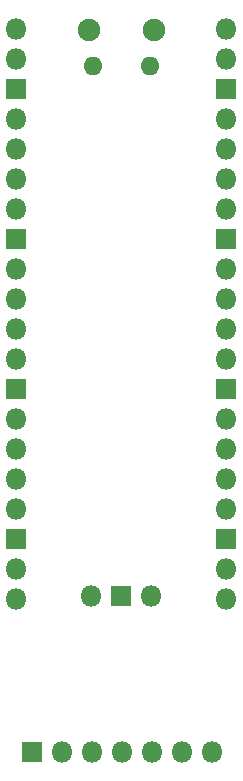
<source format=gbs>
G04 #@! TF.GenerationSoftware,KiCad,Pcbnew,5.1.6+dfsg1-1*
G04 #@! TF.CreationDate,2021-10-17T21:52:56+02:00*
G04 #@! TF.ProjectId,picoprobe-pcb,7069636f-7072-46f6-9265-2d7063622e6b,rev?*
G04 #@! TF.SameCoordinates,Original*
G04 #@! TF.FileFunction,Soldermask,Bot*
G04 #@! TF.FilePolarity,Negative*
%FSLAX46Y46*%
G04 Gerber Fmt 4.6, Leading zero omitted, Abs format (unit mm)*
G04 Created by KiCad (PCBNEW 5.1.6+dfsg1-1) date 2021-10-17 21:52:56*
%MOMM*%
%LPD*%
G01*
G04 APERTURE LIST*
%ADD10O,1.800000X1.800000*%
%ADD11R,1.800000X1.800000*%
%ADD12O,1.600000X1.600000*%
%ADD13O,1.900000X1.900000*%
G04 APERTURE END LIST*
D10*
X145240000Y-103000000D03*
X142700000Y-103000000D03*
X140160000Y-103000000D03*
X137620000Y-103000000D03*
X135080000Y-103000000D03*
X132540000Y-103000000D03*
D11*
X130000000Y-103000000D03*
D10*
X140070000Y-89800000D03*
D11*
X137530000Y-89800000D03*
D10*
X134990000Y-89800000D03*
D12*
X139955000Y-44930000D03*
X135105000Y-44930000D03*
D13*
X140255000Y-41900000D03*
X134805000Y-41900000D03*
D10*
X146420000Y-41770000D03*
X146420000Y-44310000D03*
D11*
X146420000Y-46850000D03*
D10*
X146420000Y-49390000D03*
X146420000Y-51930000D03*
X146420000Y-54470000D03*
X146420000Y-57010000D03*
D11*
X146420000Y-59550000D03*
D10*
X146420000Y-62090000D03*
X146420000Y-64630000D03*
X146420000Y-67170000D03*
X146420000Y-69710000D03*
D11*
X146420000Y-72250000D03*
D10*
X146420000Y-74790000D03*
X146420000Y-77330000D03*
X146420000Y-79870000D03*
X146420000Y-82410000D03*
D11*
X146420000Y-84950000D03*
D10*
X146420000Y-87490000D03*
X146420000Y-90030000D03*
X128640000Y-90030000D03*
X128640000Y-87490000D03*
D11*
X128640000Y-84950000D03*
D10*
X128640000Y-82410000D03*
X128640000Y-79870000D03*
X128640000Y-77330000D03*
X128640000Y-74790000D03*
D11*
X128640000Y-72250000D03*
D10*
X128640000Y-69710000D03*
X128640000Y-67170000D03*
X128640000Y-64630000D03*
X128640000Y-62090000D03*
D11*
X128640000Y-59550000D03*
D10*
X128640000Y-57010000D03*
X128640000Y-54470000D03*
X128640000Y-51930000D03*
X128640000Y-49390000D03*
D11*
X128640000Y-46850000D03*
D10*
X128640000Y-44310000D03*
X128640000Y-41770000D03*
M02*

</source>
